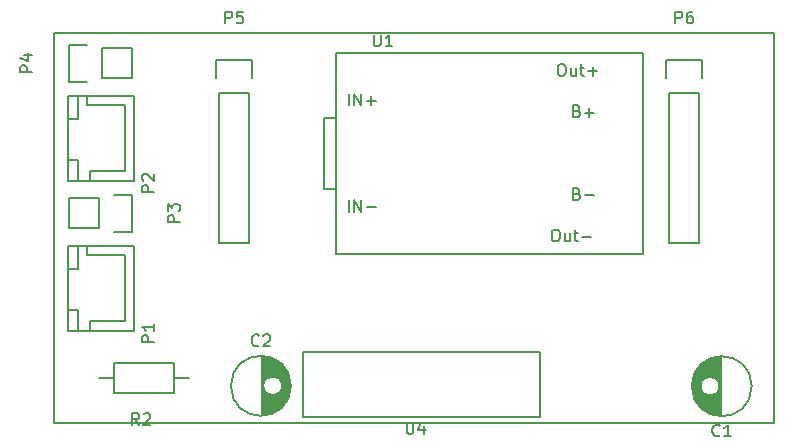
<source format=gbr>
G04 #@! TF.FileFunction,Legend,Top*
%FSLAX46Y46*%
G04 Gerber Fmt 4.6, Leading zero omitted, Abs format (unit mm)*
G04 Created by KiCad (PCBNEW 4.0.2-4+6225~38~ubuntu14.04.1-stable) date fre 22 apr 2016 20:18:46*
%MOMM*%
G01*
G04 APERTURE LIST*
%ADD10C,0.100000*%
%ADD11C,0.150000*%
G04 APERTURE END LIST*
D10*
D11*
X110490000Y-86360000D02*
X171450000Y-86360000D01*
X110490000Y-119380000D02*
X110490000Y-86360000D01*
X171450000Y-119380000D02*
X110490000Y-119380000D01*
X171450000Y-86360000D02*
X171450000Y-119380000D01*
X114300000Y-102870000D02*
X111760000Y-102870000D01*
X117120000Y-103150000D02*
X115570000Y-103150000D01*
X114300000Y-102870000D02*
X114300000Y-100330000D01*
X115570000Y-100050000D02*
X117120000Y-100050000D01*
X117120000Y-100050000D02*
X117120000Y-103150000D01*
X114300000Y-100330000D02*
X111760000Y-100330000D01*
X111760000Y-100330000D02*
X111760000Y-102870000D01*
X114554000Y-87630000D02*
X117094000Y-87630000D01*
X111734000Y-87350000D02*
X113284000Y-87350000D01*
X114554000Y-87630000D02*
X114554000Y-90170000D01*
X113284000Y-90450000D02*
X111734000Y-90450000D01*
X111734000Y-90450000D02*
X111734000Y-87350000D01*
X114554000Y-90170000D02*
X117094000Y-90170000D01*
X117094000Y-90170000D02*
X117094000Y-87630000D01*
X127000000Y-91440000D02*
X127000000Y-104140000D01*
X127000000Y-104140000D02*
X124460000Y-104140000D01*
X124460000Y-104140000D02*
X124460000Y-91440000D01*
X127280000Y-88620000D02*
X127280000Y-90170000D01*
X127000000Y-91440000D02*
X124460000Y-91440000D01*
X124180000Y-90170000D02*
X124180000Y-88620000D01*
X124180000Y-88620000D02*
X127280000Y-88620000D01*
X165100000Y-91440000D02*
X165100000Y-104140000D01*
X165100000Y-104140000D02*
X162560000Y-104140000D01*
X162560000Y-104140000D02*
X162560000Y-91440000D01*
X165380000Y-88620000D02*
X165380000Y-90170000D01*
X165100000Y-91440000D02*
X162560000Y-91440000D01*
X162280000Y-90170000D02*
X162280000Y-88620000D01*
X162280000Y-88620000D02*
X165380000Y-88620000D01*
X166945000Y-118739000D02*
X166945000Y-113741000D01*
X166805000Y-118731000D02*
X166805000Y-116394000D01*
X166805000Y-116086000D02*
X166805000Y-113749000D01*
X166665000Y-118715000D02*
X166665000Y-116713000D01*
X166665000Y-115767000D02*
X166665000Y-113765000D01*
X166525000Y-118691000D02*
X166525000Y-116860000D01*
X166525000Y-115620000D02*
X166525000Y-113789000D01*
X166385000Y-118658000D02*
X166385000Y-116952000D01*
X166385000Y-115528000D02*
X166385000Y-113822000D01*
X166245000Y-118617000D02*
X166245000Y-117008000D01*
X166245000Y-115472000D02*
X166245000Y-113863000D01*
X166105000Y-118567000D02*
X166105000Y-117035000D01*
X166105000Y-115445000D02*
X166105000Y-113913000D01*
X165965000Y-118506000D02*
X165965000Y-117038000D01*
X165965000Y-115442000D02*
X165965000Y-113974000D01*
X165825000Y-118436000D02*
X165825000Y-117016000D01*
X165825000Y-115464000D02*
X165825000Y-114044000D01*
X165685000Y-118354000D02*
X165685000Y-116966000D01*
X165685000Y-115514000D02*
X165685000Y-114126000D01*
X165545000Y-118259000D02*
X165545000Y-116884000D01*
X165545000Y-115596000D02*
X165545000Y-114221000D01*
X165405000Y-118148000D02*
X165405000Y-116752000D01*
X165405000Y-115728000D02*
X165405000Y-114332000D01*
X165265000Y-118020000D02*
X165265000Y-116505000D01*
X165265000Y-115975000D02*
X165265000Y-114460000D01*
X165125000Y-117871000D02*
X165125000Y-114609000D01*
X164985000Y-117692000D02*
X164985000Y-114788000D01*
X164845000Y-117473000D02*
X164845000Y-115007000D01*
X164705000Y-117184000D02*
X164705000Y-115296000D01*
X164565000Y-116712000D02*
X164565000Y-115768000D01*
X166820000Y-116240000D02*
G75*
G03X166820000Y-116240000I-800000J0D01*
G01*
X169557500Y-116240000D02*
G75*
G03X169557500Y-116240000I-2537500J0D01*
G01*
X120650000Y-116840000D02*
X115570000Y-116840000D01*
X115570000Y-116840000D02*
X115570000Y-114300000D01*
X115570000Y-114300000D02*
X120650000Y-114300000D01*
X120650000Y-114300000D02*
X120650000Y-116840000D01*
X120650000Y-115570000D02*
X121920000Y-115570000D01*
X115570000Y-115570000D02*
X114300000Y-115570000D01*
X128075000Y-113706000D02*
X128075000Y-118704000D01*
X128215000Y-113714000D02*
X128215000Y-116051000D01*
X128215000Y-116359000D02*
X128215000Y-118696000D01*
X128355000Y-113730000D02*
X128355000Y-115732000D01*
X128355000Y-116678000D02*
X128355000Y-118680000D01*
X128495000Y-113754000D02*
X128495000Y-115585000D01*
X128495000Y-116825000D02*
X128495000Y-118656000D01*
X128635000Y-113787000D02*
X128635000Y-115493000D01*
X128635000Y-116917000D02*
X128635000Y-118623000D01*
X128775000Y-113828000D02*
X128775000Y-115437000D01*
X128775000Y-116973000D02*
X128775000Y-118582000D01*
X128915000Y-113878000D02*
X128915000Y-115410000D01*
X128915000Y-117000000D02*
X128915000Y-118532000D01*
X129055000Y-113939000D02*
X129055000Y-115407000D01*
X129055000Y-117003000D02*
X129055000Y-118471000D01*
X129195000Y-114009000D02*
X129195000Y-115429000D01*
X129195000Y-116981000D02*
X129195000Y-118401000D01*
X129335000Y-114091000D02*
X129335000Y-115479000D01*
X129335000Y-116931000D02*
X129335000Y-118319000D01*
X129475000Y-114186000D02*
X129475000Y-115561000D01*
X129475000Y-116849000D02*
X129475000Y-118224000D01*
X129615000Y-114297000D02*
X129615000Y-115693000D01*
X129615000Y-116717000D02*
X129615000Y-118113000D01*
X129755000Y-114425000D02*
X129755000Y-115940000D01*
X129755000Y-116470000D02*
X129755000Y-117985000D01*
X129895000Y-114574000D02*
X129895000Y-117836000D01*
X130035000Y-114753000D02*
X130035000Y-117657000D01*
X130175000Y-114972000D02*
X130175000Y-117438000D01*
X130315000Y-115261000D02*
X130315000Y-117149000D01*
X130455000Y-115733000D02*
X130455000Y-116677000D01*
X129800000Y-116205000D02*
G75*
G03X129800000Y-116205000I-800000J0D01*
G01*
X130537500Y-116205000D02*
G75*
G03X130537500Y-116205000I-2537500J0D01*
G01*
X134320000Y-93520000D02*
X133320000Y-93520000D01*
X133320000Y-93520000D02*
X133320000Y-99520000D01*
X133320000Y-99520000D02*
X134320000Y-99520000D01*
X136320000Y-88020000D02*
X134320000Y-88020000D01*
X134320000Y-88020000D02*
X134320000Y-105020000D01*
X134320000Y-105020000D02*
X136320000Y-105020000D01*
X158320000Y-88020000D02*
X160320000Y-88020000D01*
X160320000Y-88020000D02*
X160320000Y-105020000D01*
X160320000Y-105020000D02*
X158320000Y-105020000D01*
X136320000Y-105020000D02*
X158320000Y-105020000D01*
X158320000Y-88020000D02*
X136320000Y-88020000D01*
X112500000Y-104350000D02*
X112500000Y-106350000D01*
X113300000Y-104350000D02*
X113300000Y-105150000D01*
X112500000Y-106350000D02*
X111700000Y-106350000D01*
X112500000Y-111550000D02*
X112500000Y-110150000D01*
X112500000Y-110150000D02*
X112500000Y-109950000D01*
X112500000Y-109950000D02*
X112500000Y-109750000D01*
X112500000Y-109750000D02*
X111900000Y-109750000D01*
X111900000Y-109750000D02*
X111700000Y-109750000D01*
X111700000Y-109750000D02*
X111900000Y-109750000D01*
X113300000Y-105150000D02*
X116500000Y-105150000D01*
X116500000Y-105150000D02*
X116500000Y-110750000D01*
X116500000Y-110750000D02*
X113500000Y-110750000D01*
X113500000Y-110750000D02*
X113500000Y-111550000D01*
X117300000Y-104350000D02*
X117300000Y-111550000D01*
X117300000Y-111550000D02*
X111700000Y-111550000D01*
X111700000Y-111550000D02*
X111700000Y-104350000D01*
X111700000Y-104350000D02*
X117300000Y-104350000D01*
X112500000Y-91650000D02*
X112500000Y-93650000D01*
X113300000Y-91650000D02*
X113300000Y-92450000D01*
X112500000Y-93650000D02*
X111700000Y-93650000D01*
X112500000Y-98850000D02*
X112500000Y-97450000D01*
X112500000Y-97450000D02*
X112500000Y-97250000D01*
X112500000Y-97250000D02*
X112500000Y-97050000D01*
X112500000Y-97050000D02*
X111900000Y-97050000D01*
X111900000Y-97050000D02*
X111700000Y-97050000D01*
X111700000Y-97050000D02*
X111900000Y-97050000D01*
X113300000Y-92450000D02*
X116500000Y-92450000D01*
X116500000Y-92450000D02*
X116500000Y-98050000D01*
X116500000Y-98050000D02*
X113500000Y-98050000D01*
X113500000Y-98050000D02*
X113500000Y-98850000D01*
X117300000Y-91650000D02*
X117300000Y-98850000D01*
X117300000Y-98850000D02*
X111700000Y-98850000D01*
X111700000Y-98850000D02*
X111700000Y-91650000D01*
X111700000Y-91650000D02*
X117300000Y-91650000D01*
X151605000Y-118832000D02*
X151605000Y-113332000D01*
X151605000Y-113332000D02*
X131605000Y-113332000D01*
X131605000Y-113332000D02*
X131605000Y-118832000D01*
X131605000Y-118832000D02*
X151605000Y-118832000D01*
X121122381Y-102338095D02*
X120122381Y-102338095D01*
X120122381Y-101957142D01*
X120170000Y-101861904D01*
X120217619Y-101814285D01*
X120312857Y-101766666D01*
X120455714Y-101766666D01*
X120550952Y-101814285D01*
X120598571Y-101861904D01*
X120646190Y-101957142D01*
X120646190Y-102338095D01*
X120122381Y-101433333D02*
X120122381Y-100814285D01*
X120503333Y-101147619D01*
X120503333Y-101004761D01*
X120550952Y-100909523D01*
X120598571Y-100861904D01*
X120693810Y-100814285D01*
X120931905Y-100814285D01*
X121027143Y-100861904D01*
X121074762Y-100909523D01*
X121122381Y-101004761D01*
X121122381Y-101290476D01*
X121074762Y-101385714D01*
X121027143Y-101433333D01*
X108636381Y-89638095D02*
X107636381Y-89638095D01*
X107636381Y-89257142D01*
X107684000Y-89161904D01*
X107731619Y-89114285D01*
X107826857Y-89066666D01*
X107969714Y-89066666D01*
X108064952Y-89114285D01*
X108112571Y-89161904D01*
X108160190Y-89257142D01*
X108160190Y-89638095D01*
X107969714Y-88209523D02*
X108636381Y-88209523D01*
X107588762Y-88447619D02*
X108303048Y-88685714D01*
X108303048Y-88066666D01*
X124991905Y-85522381D02*
X124991905Y-84522381D01*
X125372858Y-84522381D01*
X125468096Y-84570000D01*
X125515715Y-84617619D01*
X125563334Y-84712857D01*
X125563334Y-84855714D01*
X125515715Y-84950952D01*
X125468096Y-84998571D01*
X125372858Y-85046190D01*
X124991905Y-85046190D01*
X126468096Y-84522381D02*
X125991905Y-84522381D01*
X125944286Y-84998571D01*
X125991905Y-84950952D01*
X126087143Y-84903333D01*
X126325239Y-84903333D01*
X126420477Y-84950952D01*
X126468096Y-84998571D01*
X126515715Y-85093810D01*
X126515715Y-85331905D01*
X126468096Y-85427143D01*
X126420477Y-85474762D01*
X126325239Y-85522381D01*
X126087143Y-85522381D01*
X125991905Y-85474762D01*
X125944286Y-85427143D01*
X163091905Y-85522381D02*
X163091905Y-84522381D01*
X163472858Y-84522381D01*
X163568096Y-84570000D01*
X163615715Y-84617619D01*
X163663334Y-84712857D01*
X163663334Y-84855714D01*
X163615715Y-84950952D01*
X163568096Y-84998571D01*
X163472858Y-85046190D01*
X163091905Y-85046190D01*
X164520477Y-84522381D02*
X164330000Y-84522381D01*
X164234762Y-84570000D01*
X164187143Y-84617619D01*
X164091905Y-84760476D01*
X164044286Y-84950952D01*
X164044286Y-85331905D01*
X164091905Y-85427143D01*
X164139524Y-85474762D01*
X164234762Y-85522381D01*
X164425239Y-85522381D01*
X164520477Y-85474762D01*
X164568096Y-85427143D01*
X164615715Y-85331905D01*
X164615715Y-85093810D01*
X164568096Y-84998571D01*
X164520477Y-84950952D01*
X164425239Y-84903333D01*
X164234762Y-84903333D01*
X164139524Y-84950952D01*
X164091905Y-84998571D01*
X164044286Y-85093810D01*
X166853334Y-120397143D02*
X166805715Y-120444762D01*
X166662858Y-120492381D01*
X166567620Y-120492381D01*
X166424762Y-120444762D01*
X166329524Y-120349524D01*
X166281905Y-120254286D01*
X166234286Y-120063810D01*
X166234286Y-119920952D01*
X166281905Y-119730476D01*
X166329524Y-119635238D01*
X166424762Y-119540000D01*
X166567620Y-119492381D01*
X166662858Y-119492381D01*
X166805715Y-119540000D01*
X166853334Y-119587619D01*
X167805715Y-120492381D02*
X167234286Y-120492381D01*
X167520000Y-120492381D02*
X167520000Y-119492381D01*
X167424762Y-119635238D01*
X167329524Y-119730476D01*
X167234286Y-119778095D01*
X117694414Y-119522501D02*
X117361080Y-119046310D01*
X117122985Y-119522501D02*
X117122985Y-118522501D01*
X117503938Y-118522501D01*
X117599176Y-118570120D01*
X117646795Y-118617739D01*
X117694414Y-118712977D01*
X117694414Y-118855834D01*
X117646795Y-118951072D01*
X117599176Y-118998691D01*
X117503938Y-119046310D01*
X117122985Y-119046310D01*
X118075366Y-118617739D02*
X118122985Y-118570120D01*
X118218223Y-118522501D01*
X118456319Y-118522501D01*
X118551557Y-118570120D01*
X118599176Y-118617739D01*
X118646795Y-118712977D01*
X118646795Y-118808215D01*
X118599176Y-118951072D01*
X118027747Y-119522501D01*
X118646795Y-119522501D01*
X127833334Y-112762143D02*
X127785715Y-112809762D01*
X127642858Y-112857381D01*
X127547620Y-112857381D01*
X127404762Y-112809762D01*
X127309524Y-112714524D01*
X127261905Y-112619286D01*
X127214286Y-112428810D01*
X127214286Y-112285952D01*
X127261905Y-112095476D01*
X127309524Y-112000238D01*
X127404762Y-111905000D01*
X127547620Y-111857381D01*
X127642858Y-111857381D01*
X127785715Y-111905000D01*
X127833334Y-111952619D01*
X128214286Y-111952619D02*
X128261905Y-111905000D01*
X128357143Y-111857381D01*
X128595239Y-111857381D01*
X128690477Y-111905000D01*
X128738096Y-111952619D01*
X128785715Y-112047857D01*
X128785715Y-112143095D01*
X128738096Y-112285952D01*
X128166667Y-112857381D01*
X128785715Y-112857381D01*
X137558095Y-86472381D02*
X137558095Y-87281905D01*
X137605714Y-87377143D01*
X137653333Y-87424762D01*
X137748571Y-87472381D01*
X137939048Y-87472381D01*
X138034286Y-87424762D01*
X138081905Y-87377143D01*
X138129524Y-87281905D01*
X138129524Y-86472381D01*
X139129524Y-87472381D02*
X138558095Y-87472381D01*
X138843809Y-87472381D02*
X138843809Y-86472381D01*
X138748571Y-86615238D01*
X138653333Y-86710476D01*
X138558095Y-86758095D01*
X135427143Y-101472381D02*
X135427143Y-100472381D01*
X135903333Y-101472381D02*
X135903333Y-100472381D01*
X136474762Y-101472381D01*
X136474762Y-100472381D01*
X136950952Y-101091429D02*
X137712857Y-101091429D01*
X135427143Y-92472381D02*
X135427143Y-91472381D01*
X135903333Y-92472381D02*
X135903333Y-91472381D01*
X136474762Y-92472381D01*
X136474762Y-91472381D01*
X136950952Y-92091429D02*
X137712857Y-92091429D01*
X137331905Y-92472381D02*
X137331905Y-91710476D01*
X152867619Y-102972381D02*
X153058096Y-102972381D01*
X153153334Y-103020000D01*
X153248572Y-103115238D01*
X153296191Y-103305714D01*
X153296191Y-103639048D01*
X153248572Y-103829524D01*
X153153334Y-103924762D01*
X153058096Y-103972381D01*
X152867619Y-103972381D01*
X152772381Y-103924762D01*
X152677143Y-103829524D01*
X152629524Y-103639048D01*
X152629524Y-103305714D01*
X152677143Y-103115238D01*
X152772381Y-103020000D01*
X152867619Y-102972381D01*
X154153334Y-103305714D02*
X154153334Y-103972381D01*
X153724762Y-103305714D02*
X153724762Y-103829524D01*
X153772381Y-103924762D01*
X153867619Y-103972381D01*
X154010477Y-103972381D01*
X154105715Y-103924762D01*
X154153334Y-103877143D01*
X154486667Y-103305714D02*
X154867619Y-103305714D01*
X154629524Y-102972381D02*
X154629524Y-103829524D01*
X154677143Y-103924762D01*
X154772381Y-103972381D01*
X154867619Y-103972381D01*
X155200953Y-103591429D02*
X155962858Y-103591429D01*
X153367619Y-88972381D02*
X153558096Y-88972381D01*
X153653334Y-89020000D01*
X153748572Y-89115238D01*
X153796191Y-89305714D01*
X153796191Y-89639048D01*
X153748572Y-89829524D01*
X153653334Y-89924762D01*
X153558096Y-89972381D01*
X153367619Y-89972381D01*
X153272381Y-89924762D01*
X153177143Y-89829524D01*
X153129524Y-89639048D01*
X153129524Y-89305714D01*
X153177143Y-89115238D01*
X153272381Y-89020000D01*
X153367619Y-88972381D01*
X154653334Y-89305714D02*
X154653334Y-89972381D01*
X154224762Y-89305714D02*
X154224762Y-89829524D01*
X154272381Y-89924762D01*
X154367619Y-89972381D01*
X154510477Y-89972381D01*
X154605715Y-89924762D01*
X154653334Y-89877143D01*
X154986667Y-89305714D02*
X155367619Y-89305714D01*
X155129524Y-88972381D02*
X155129524Y-89829524D01*
X155177143Y-89924762D01*
X155272381Y-89972381D01*
X155367619Y-89972381D01*
X155700953Y-89591429D02*
X156462858Y-89591429D01*
X156081906Y-89972381D02*
X156081906Y-89210476D01*
X154772382Y-99948571D02*
X154915239Y-99996190D01*
X154962858Y-100043810D01*
X155010477Y-100139048D01*
X155010477Y-100281905D01*
X154962858Y-100377143D01*
X154915239Y-100424762D01*
X154820001Y-100472381D01*
X154439048Y-100472381D01*
X154439048Y-99472381D01*
X154772382Y-99472381D01*
X154867620Y-99520000D01*
X154915239Y-99567619D01*
X154962858Y-99662857D01*
X154962858Y-99758095D01*
X154915239Y-99853333D01*
X154867620Y-99900952D01*
X154772382Y-99948571D01*
X154439048Y-99948571D01*
X155439048Y-100091429D02*
X156200953Y-100091429D01*
X154772382Y-92948571D02*
X154915239Y-92996190D01*
X154962858Y-93043810D01*
X155010477Y-93139048D01*
X155010477Y-93281905D01*
X154962858Y-93377143D01*
X154915239Y-93424762D01*
X154820001Y-93472381D01*
X154439048Y-93472381D01*
X154439048Y-92472381D01*
X154772382Y-92472381D01*
X154867620Y-92520000D01*
X154915239Y-92567619D01*
X154962858Y-92662857D01*
X154962858Y-92758095D01*
X154915239Y-92853333D01*
X154867620Y-92900952D01*
X154772382Y-92948571D01*
X154439048Y-92948571D01*
X155439048Y-93091429D02*
X156200953Y-93091429D01*
X155820001Y-93472381D02*
X155820001Y-92710476D01*
X118952381Y-112488095D02*
X117952381Y-112488095D01*
X117952381Y-112107142D01*
X118000000Y-112011904D01*
X118047619Y-111964285D01*
X118142857Y-111916666D01*
X118285714Y-111916666D01*
X118380952Y-111964285D01*
X118428571Y-112011904D01*
X118476190Y-112107142D01*
X118476190Y-112488095D01*
X118952381Y-110964285D02*
X118952381Y-111535714D01*
X118952381Y-111250000D02*
X117952381Y-111250000D01*
X118095238Y-111345238D01*
X118190476Y-111440476D01*
X118238095Y-111535714D01*
X118952381Y-99788095D02*
X117952381Y-99788095D01*
X117952381Y-99407142D01*
X118000000Y-99311904D01*
X118047619Y-99264285D01*
X118142857Y-99216666D01*
X118285714Y-99216666D01*
X118380952Y-99264285D01*
X118428571Y-99311904D01*
X118476190Y-99407142D01*
X118476190Y-99788095D01*
X118047619Y-98835714D02*
X118000000Y-98788095D01*
X117952381Y-98692857D01*
X117952381Y-98454761D01*
X118000000Y-98359523D01*
X118047619Y-98311904D01*
X118142857Y-98264285D01*
X118238095Y-98264285D01*
X118380952Y-98311904D01*
X118952381Y-98883333D01*
X118952381Y-98264285D01*
X140343095Y-119284381D02*
X140343095Y-120093905D01*
X140390714Y-120189143D01*
X140438333Y-120236762D01*
X140533571Y-120284381D01*
X140724048Y-120284381D01*
X140819286Y-120236762D01*
X140866905Y-120189143D01*
X140914524Y-120093905D01*
X140914524Y-119284381D01*
X141819286Y-119617714D02*
X141819286Y-120284381D01*
X141581190Y-119236762D02*
X141343095Y-119951048D01*
X141962143Y-119951048D01*
M02*

</source>
